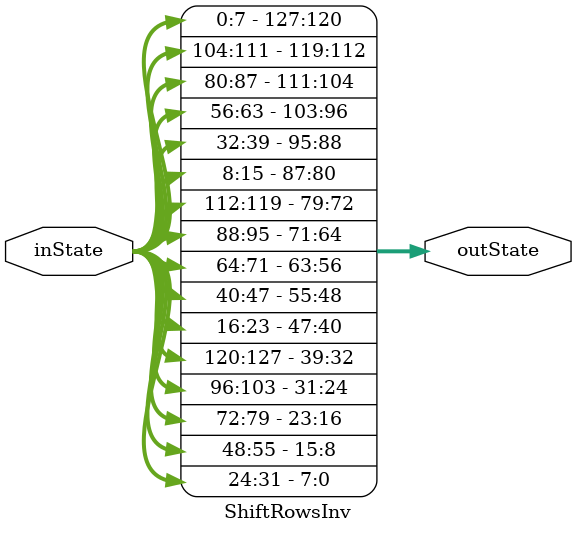
<source format=v>
module ShiftRowsInv(output [0:127] outState, input [0:127] inState );

assign outState[0:31] = {inState[0:7], inState[104:111], inState[80:87], inState[56:63]};		//1st Column
assign outState[32:63] = {inState[32:39], inState[8:15], inState[112:119], inState[88:95]};	//2nd column
assign outState[64:95] = {inState[64:71], inState[40:47], inState[16:23], inState[120:127]};	//3rd column
assign outState[96:127] = {inState[96:103], inState[72:79], inState[48:55], inState[24:31]};	//4th column

endmodule 
</source>
